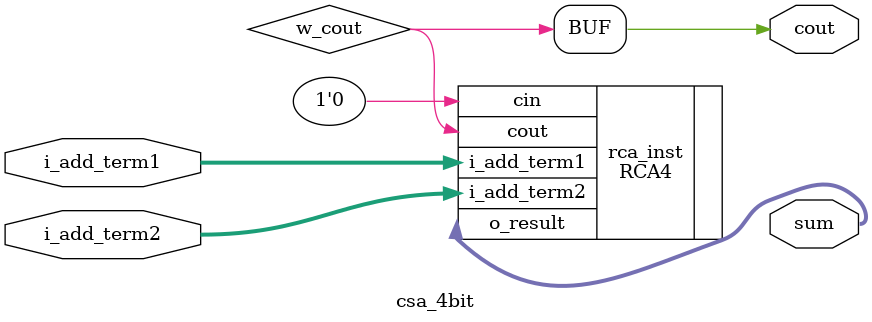
<source format=v>
`include "CSA4.v"
 
module csa_4bit
    #(parameter WIDTH = 4)
  (
      input [WIDTH-1:0] i_add_term1,
      input [WIDTH-1:0] i_add_term2,
      output [WIDTH-1:0]  sum,
      output cout
   );
  
  wire [WIDTH/4-1:0]     w_cout;
  
  wire [WIDTH-1:0]     w_SUM_0;
  wire [WIDTH-1:0]     w_SUM_1;
  

  RCA4 rca_inst(.o_result(sum[3:0]), .cout(w_cout[0]), .i_add_term1(i_add_term1[3:0]), .i_add_term2(i_add_term2[3:0]), .cin(1'b0));
  
  genvar             ii;
  generate 
      for (ii=1; ii<WIDTH/4; ii=ii+1) 
      begin
          CSA4 csa_inst(sum[(ii+1)*4-1:ii*4], w_cout[ii], i_add_term1[(ii+1)*4-1:ii*4],i_add_term2[(ii+1)*4-1:ii*4],w_cout[ii-1]);  
          //CSA4 csa_inst(sum[bit_remain+(4*ii)-1:bit_remain+4*(ii-1)], w_cout[ii], i_add_term1[bit_remain+(4*ii)-1:bit_remain+4*(ii-1)],i_add_term2[bit_remain+(4*ii)-1:bit_remain+4*(ii-1)],w_cout[ii-1]);  
      end
  endgenerate

    assign cout=w_cout[WIDTH/4-1];
endmodule  // ripple_carry_adder
</source>
